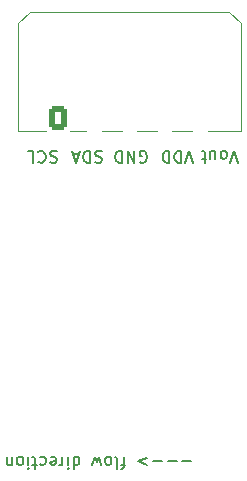
<source format=gto>
G04 #@! TF.GenerationSoftware,KiCad,Pcbnew,7.0.6*
G04 #@! TF.CreationDate,2023-11-06T13:05:05-08:00*
G04 #@! TF.ProjectId,PFLOW_mounting_board,50464c4f-575f-46d6-9f75-6e74696e675f,rev?*
G04 #@! TF.SameCoordinates,Original*
G04 #@! TF.FileFunction,Legend,Top*
G04 #@! TF.FilePolarity,Positive*
%FSLAX46Y46*%
G04 Gerber Fmt 4.6, Leading zero omitted, Abs format (unit mm)*
G04 Created by KiCad (PCBNEW 7.0.6) date 2023-11-06 13:05:05*
%MOMM*%
%LPD*%
G01*
G04 APERTURE LIST*
G04 Aperture macros list*
%AMRoundRect*
0 Rectangle with rounded corners*
0 $1 Rounding radius*
0 $2 $3 $4 $5 $6 $7 $8 $9 X,Y pos of 4 corners*
0 Add a 4 corners polygon primitive as box body*
4,1,4,$2,$3,$4,$5,$6,$7,$8,$9,$2,$3,0*
0 Add four circle primitives for the rounded corners*
1,1,$1+$1,$2,$3*
1,1,$1+$1,$4,$5*
1,1,$1+$1,$6,$7*
1,1,$1+$1,$8,$9*
0 Add four rect primitives between the rounded corners*
20,1,$1+$1,$2,$3,$4,$5,0*
20,1,$1+$1,$4,$5,$6,$7,0*
20,1,$1+$1,$6,$7,$8,$9,0*
20,1,$1+$1,$8,$9,$2,$3,0*%
G04 Aperture macros list end*
%ADD10C,0.150000*%
%ADD11C,0.120000*%
%ADD12R,1.524000X1.524000*%
%ADD13C,2.200000*%
%ADD14C,3.200000*%
%ADD15C,3.000000*%
%ADD16RoundRect,0.250001X-0.499999X-0.759999X0.499999X-0.759999X0.499999X0.759999X-0.499999X0.759999X0*%
%ADD17O,1.500000X2.020000*%
G04 APERTURE END LIST*
D10*
X136819220Y-119657133D02*
X136057316Y-119657133D01*
X135581125Y-119657133D02*
X134819221Y-119657133D01*
X134343030Y-119657133D02*
X133581126Y-119657133D01*
X133104935Y-119942847D02*
X132343031Y-119657133D01*
X132343031Y-119657133D02*
X133104935Y-119371419D01*
X131247792Y-119942847D02*
X130866840Y-119942847D01*
X131104935Y-119276180D02*
X131104935Y-120133323D01*
X131104935Y-120133323D02*
X131057316Y-120228561D01*
X131057316Y-120228561D02*
X130962078Y-120276180D01*
X130962078Y-120276180D02*
X130866840Y-120276180D01*
X130390649Y-119276180D02*
X130485887Y-119323800D01*
X130485887Y-119323800D02*
X130533506Y-119419038D01*
X130533506Y-119419038D02*
X130533506Y-120276180D01*
X129866839Y-119276180D02*
X129962077Y-119323800D01*
X129962077Y-119323800D02*
X130009696Y-119371419D01*
X130009696Y-119371419D02*
X130057315Y-119466657D01*
X130057315Y-119466657D02*
X130057315Y-119752371D01*
X130057315Y-119752371D02*
X130009696Y-119847609D01*
X130009696Y-119847609D02*
X129962077Y-119895228D01*
X129962077Y-119895228D02*
X129866839Y-119942847D01*
X129866839Y-119942847D02*
X129723982Y-119942847D01*
X129723982Y-119942847D02*
X129628744Y-119895228D01*
X129628744Y-119895228D02*
X129581125Y-119847609D01*
X129581125Y-119847609D02*
X129533506Y-119752371D01*
X129533506Y-119752371D02*
X129533506Y-119466657D01*
X129533506Y-119466657D02*
X129581125Y-119371419D01*
X129581125Y-119371419D02*
X129628744Y-119323800D01*
X129628744Y-119323800D02*
X129723982Y-119276180D01*
X129723982Y-119276180D02*
X129866839Y-119276180D01*
X129200172Y-119942847D02*
X129009696Y-119276180D01*
X129009696Y-119276180D02*
X128819220Y-119752371D01*
X128819220Y-119752371D02*
X128628744Y-119276180D01*
X128628744Y-119276180D02*
X128438268Y-119942847D01*
X126866839Y-119276180D02*
X126866839Y-120276180D01*
X126866839Y-119323800D02*
X126962077Y-119276180D01*
X126962077Y-119276180D02*
X127152553Y-119276180D01*
X127152553Y-119276180D02*
X127247791Y-119323800D01*
X127247791Y-119323800D02*
X127295410Y-119371419D01*
X127295410Y-119371419D02*
X127343029Y-119466657D01*
X127343029Y-119466657D02*
X127343029Y-119752371D01*
X127343029Y-119752371D02*
X127295410Y-119847609D01*
X127295410Y-119847609D02*
X127247791Y-119895228D01*
X127247791Y-119895228D02*
X127152553Y-119942847D01*
X127152553Y-119942847D02*
X126962077Y-119942847D01*
X126962077Y-119942847D02*
X126866839Y-119895228D01*
X126390648Y-119276180D02*
X126390648Y-119942847D01*
X126390648Y-120276180D02*
X126438267Y-120228561D01*
X126438267Y-120228561D02*
X126390648Y-120180942D01*
X126390648Y-120180942D02*
X126343029Y-120228561D01*
X126343029Y-120228561D02*
X126390648Y-120276180D01*
X126390648Y-120276180D02*
X126390648Y-120180942D01*
X125914458Y-119276180D02*
X125914458Y-119942847D01*
X125914458Y-119752371D02*
X125866839Y-119847609D01*
X125866839Y-119847609D02*
X125819220Y-119895228D01*
X125819220Y-119895228D02*
X125723982Y-119942847D01*
X125723982Y-119942847D02*
X125628744Y-119942847D01*
X124914458Y-119323800D02*
X125009696Y-119276180D01*
X125009696Y-119276180D02*
X125200172Y-119276180D01*
X125200172Y-119276180D02*
X125295410Y-119323800D01*
X125295410Y-119323800D02*
X125343029Y-119419038D01*
X125343029Y-119419038D02*
X125343029Y-119799990D01*
X125343029Y-119799990D02*
X125295410Y-119895228D01*
X125295410Y-119895228D02*
X125200172Y-119942847D01*
X125200172Y-119942847D02*
X125009696Y-119942847D01*
X125009696Y-119942847D02*
X124914458Y-119895228D01*
X124914458Y-119895228D02*
X124866839Y-119799990D01*
X124866839Y-119799990D02*
X124866839Y-119704752D01*
X124866839Y-119704752D02*
X125343029Y-119609514D01*
X124009696Y-119323800D02*
X124104934Y-119276180D01*
X124104934Y-119276180D02*
X124295410Y-119276180D01*
X124295410Y-119276180D02*
X124390648Y-119323800D01*
X124390648Y-119323800D02*
X124438267Y-119371419D01*
X124438267Y-119371419D02*
X124485886Y-119466657D01*
X124485886Y-119466657D02*
X124485886Y-119752371D01*
X124485886Y-119752371D02*
X124438267Y-119847609D01*
X124438267Y-119847609D02*
X124390648Y-119895228D01*
X124390648Y-119895228D02*
X124295410Y-119942847D01*
X124295410Y-119942847D02*
X124104934Y-119942847D01*
X124104934Y-119942847D02*
X124009696Y-119895228D01*
X123723981Y-119942847D02*
X123343029Y-119942847D01*
X123581124Y-120276180D02*
X123581124Y-119419038D01*
X123581124Y-119419038D02*
X123533505Y-119323800D01*
X123533505Y-119323800D02*
X123438267Y-119276180D01*
X123438267Y-119276180D02*
X123343029Y-119276180D01*
X123009695Y-119276180D02*
X123009695Y-119942847D01*
X123009695Y-120276180D02*
X123057314Y-120228561D01*
X123057314Y-120228561D02*
X123009695Y-120180942D01*
X123009695Y-120180942D02*
X122962076Y-120228561D01*
X122962076Y-120228561D02*
X123009695Y-120276180D01*
X123009695Y-120276180D02*
X123009695Y-120180942D01*
X122390648Y-119276180D02*
X122485886Y-119323800D01*
X122485886Y-119323800D02*
X122533505Y-119371419D01*
X122533505Y-119371419D02*
X122581124Y-119466657D01*
X122581124Y-119466657D02*
X122581124Y-119752371D01*
X122581124Y-119752371D02*
X122533505Y-119847609D01*
X122533505Y-119847609D02*
X122485886Y-119895228D01*
X122485886Y-119895228D02*
X122390648Y-119942847D01*
X122390648Y-119942847D02*
X122247791Y-119942847D01*
X122247791Y-119942847D02*
X122152553Y-119895228D01*
X122152553Y-119895228D02*
X122104934Y-119847609D01*
X122104934Y-119847609D02*
X122057315Y-119752371D01*
X122057315Y-119752371D02*
X122057315Y-119466657D01*
X122057315Y-119466657D02*
X122104934Y-119371419D01*
X122104934Y-119371419D02*
X122152553Y-119323800D01*
X122152553Y-119323800D02*
X122247791Y-119276180D01*
X122247791Y-119276180D02*
X122390648Y-119276180D01*
X121628743Y-119942847D02*
X121628743Y-119276180D01*
X121628743Y-119847609D02*
X121581124Y-119895228D01*
X121581124Y-119895228D02*
X121485886Y-119942847D01*
X121485886Y-119942847D02*
X121343029Y-119942847D01*
X121343029Y-119942847D02*
X121247791Y-119895228D01*
X121247791Y-119895228D02*
X121200172Y-119799990D01*
X121200172Y-119799990D02*
X121200172Y-119276180D01*
X140772077Y-94368180D02*
X140438744Y-93368180D01*
X140438744Y-93368180D02*
X140105411Y-94368180D01*
X139629220Y-93368180D02*
X139724458Y-93415800D01*
X139724458Y-93415800D02*
X139772077Y-93463419D01*
X139772077Y-93463419D02*
X139819696Y-93558657D01*
X139819696Y-93558657D02*
X139819696Y-93844371D01*
X139819696Y-93844371D02*
X139772077Y-93939609D01*
X139772077Y-93939609D02*
X139724458Y-93987228D01*
X139724458Y-93987228D02*
X139629220Y-94034847D01*
X139629220Y-94034847D02*
X139486363Y-94034847D01*
X139486363Y-94034847D02*
X139391125Y-93987228D01*
X139391125Y-93987228D02*
X139343506Y-93939609D01*
X139343506Y-93939609D02*
X139295887Y-93844371D01*
X139295887Y-93844371D02*
X139295887Y-93558657D01*
X139295887Y-93558657D02*
X139343506Y-93463419D01*
X139343506Y-93463419D02*
X139391125Y-93415800D01*
X139391125Y-93415800D02*
X139486363Y-93368180D01*
X139486363Y-93368180D02*
X139629220Y-93368180D01*
X138438744Y-94034847D02*
X138438744Y-93368180D01*
X138867315Y-94034847D02*
X138867315Y-93511038D01*
X138867315Y-93511038D02*
X138819696Y-93415800D01*
X138819696Y-93415800D02*
X138724458Y-93368180D01*
X138724458Y-93368180D02*
X138581601Y-93368180D01*
X138581601Y-93368180D02*
X138486363Y-93415800D01*
X138486363Y-93415800D02*
X138438744Y-93463419D01*
X138105410Y-94034847D02*
X137724458Y-94034847D01*
X137962553Y-94368180D02*
X137962553Y-93511038D01*
X137962553Y-93511038D02*
X137914934Y-93415800D01*
X137914934Y-93415800D02*
X137819696Y-93368180D01*
X137819696Y-93368180D02*
X137724458Y-93368180D01*
X125436839Y-93415800D02*
X125293982Y-93368180D01*
X125293982Y-93368180D02*
X125055887Y-93368180D01*
X125055887Y-93368180D02*
X124960649Y-93415800D01*
X124960649Y-93415800D02*
X124913030Y-93463419D01*
X124913030Y-93463419D02*
X124865411Y-93558657D01*
X124865411Y-93558657D02*
X124865411Y-93653895D01*
X124865411Y-93653895D02*
X124913030Y-93749133D01*
X124913030Y-93749133D02*
X124960649Y-93796752D01*
X124960649Y-93796752D02*
X125055887Y-93844371D01*
X125055887Y-93844371D02*
X125246363Y-93891990D01*
X125246363Y-93891990D02*
X125341601Y-93939609D01*
X125341601Y-93939609D02*
X125389220Y-93987228D01*
X125389220Y-93987228D02*
X125436839Y-94082466D01*
X125436839Y-94082466D02*
X125436839Y-94177704D01*
X125436839Y-94177704D02*
X125389220Y-94272942D01*
X125389220Y-94272942D02*
X125341601Y-94320561D01*
X125341601Y-94320561D02*
X125246363Y-94368180D01*
X125246363Y-94368180D02*
X125008268Y-94368180D01*
X125008268Y-94368180D02*
X124865411Y-94320561D01*
X123865411Y-93463419D02*
X123913030Y-93415800D01*
X123913030Y-93415800D02*
X124055887Y-93368180D01*
X124055887Y-93368180D02*
X124151125Y-93368180D01*
X124151125Y-93368180D02*
X124293982Y-93415800D01*
X124293982Y-93415800D02*
X124389220Y-93511038D01*
X124389220Y-93511038D02*
X124436839Y-93606276D01*
X124436839Y-93606276D02*
X124484458Y-93796752D01*
X124484458Y-93796752D02*
X124484458Y-93939609D01*
X124484458Y-93939609D02*
X124436839Y-94130085D01*
X124436839Y-94130085D02*
X124389220Y-94225323D01*
X124389220Y-94225323D02*
X124293982Y-94320561D01*
X124293982Y-94320561D02*
X124151125Y-94368180D01*
X124151125Y-94368180D02*
X124055887Y-94368180D01*
X124055887Y-94368180D02*
X123913030Y-94320561D01*
X123913030Y-94320561D02*
X123865411Y-94272942D01*
X122960649Y-93368180D02*
X123436839Y-93368180D01*
X123436839Y-93368180D02*
X123436839Y-94368180D01*
X136962077Y-94368180D02*
X136628744Y-93368180D01*
X136628744Y-93368180D02*
X136295411Y-94368180D01*
X135962077Y-93368180D02*
X135962077Y-94368180D01*
X135962077Y-94368180D02*
X135723982Y-94368180D01*
X135723982Y-94368180D02*
X135581125Y-94320561D01*
X135581125Y-94320561D02*
X135485887Y-94225323D01*
X135485887Y-94225323D02*
X135438268Y-94130085D01*
X135438268Y-94130085D02*
X135390649Y-93939609D01*
X135390649Y-93939609D02*
X135390649Y-93796752D01*
X135390649Y-93796752D02*
X135438268Y-93606276D01*
X135438268Y-93606276D02*
X135485887Y-93511038D01*
X135485887Y-93511038D02*
X135581125Y-93415800D01*
X135581125Y-93415800D02*
X135723982Y-93368180D01*
X135723982Y-93368180D02*
X135962077Y-93368180D01*
X134962077Y-93368180D02*
X134962077Y-94368180D01*
X134962077Y-94368180D02*
X134723982Y-94368180D01*
X134723982Y-94368180D02*
X134581125Y-94320561D01*
X134581125Y-94320561D02*
X134485887Y-94225323D01*
X134485887Y-94225323D02*
X134438268Y-94130085D01*
X134438268Y-94130085D02*
X134390649Y-93939609D01*
X134390649Y-93939609D02*
X134390649Y-93796752D01*
X134390649Y-93796752D02*
X134438268Y-93606276D01*
X134438268Y-93606276D02*
X134485887Y-93511038D01*
X134485887Y-93511038D02*
X134581125Y-93415800D01*
X134581125Y-93415800D02*
X134723982Y-93368180D01*
X134723982Y-93368180D02*
X134962077Y-93368180D01*
X132485411Y-94320561D02*
X132580649Y-94368180D01*
X132580649Y-94368180D02*
X132723506Y-94368180D01*
X132723506Y-94368180D02*
X132866363Y-94320561D01*
X132866363Y-94320561D02*
X132961601Y-94225323D01*
X132961601Y-94225323D02*
X133009220Y-94130085D01*
X133009220Y-94130085D02*
X133056839Y-93939609D01*
X133056839Y-93939609D02*
X133056839Y-93796752D01*
X133056839Y-93796752D02*
X133009220Y-93606276D01*
X133009220Y-93606276D02*
X132961601Y-93511038D01*
X132961601Y-93511038D02*
X132866363Y-93415800D01*
X132866363Y-93415800D02*
X132723506Y-93368180D01*
X132723506Y-93368180D02*
X132628268Y-93368180D01*
X132628268Y-93368180D02*
X132485411Y-93415800D01*
X132485411Y-93415800D02*
X132437792Y-93463419D01*
X132437792Y-93463419D02*
X132437792Y-93796752D01*
X132437792Y-93796752D02*
X132628268Y-93796752D01*
X132009220Y-93368180D02*
X132009220Y-94368180D01*
X132009220Y-94368180D02*
X131437792Y-93368180D01*
X131437792Y-93368180D02*
X131437792Y-94368180D01*
X130961601Y-93368180D02*
X130961601Y-94368180D01*
X130961601Y-94368180D02*
X130723506Y-94368180D01*
X130723506Y-94368180D02*
X130580649Y-94320561D01*
X130580649Y-94320561D02*
X130485411Y-94225323D01*
X130485411Y-94225323D02*
X130437792Y-94130085D01*
X130437792Y-94130085D02*
X130390173Y-93939609D01*
X130390173Y-93939609D02*
X130390173Y-93796752D01*
X130390173Y-93796752D02*
X130437792Y-93606276D01*
X130437792Y-93606276D02*
X130485411Y-93511038D01*
X130485411Y-93511038D02*
X130580649Y-93415800D01*
X130580649Y-93415800D02*
X130723506Y-93368180D01*
X130723506Y-93368180D02*
X130961601Y-93368180D01*
X129246839Y-93415800D02*
X129103982Y-93368180D01*
X129103982Y-93368180D02*
X128865887Y-93368180D01*
X128865887Y-93368180D02*
X128770649Y-93415800D01*
X128770649Y-93415800D02*
X128723030Y-93463419D01*
X128723030Y-93463419D02*
X128675411Y-93558657D01*
X128675411Y-93558657D02*
X128675411Y-93653895D01*
X128675411Y-93653895D02*
X128723030Y-93749133D01*
X128723030Y-93749133D02*
X128770649Y-93796752D01*
X128770649Y-93796752D02*
X128865887Y-93844371D01*
X128865887Y-93844371D02*
X129056363Y-93891990D01*
X129056363Y-93891990D02*
X129151601Y-93939609D01*
X129151601Y-93939609D02*
X129199220Y-93987228D01*
X129199220Y-93987228D02*
X129246839Y-94082466D01*
X129246839Y-94082466D02*
X129246839Y-94177704D01*
X129246839Y-94177704D02*
X129199220Y-94272942D01*
X129199220Y-94272942D02*
X129151601Y-94320561D01*
X129151601Y-94320561D02*
X129056363Y-94368180D01*
X129056363Y-94368180D02*
X128818268Y-94368180D01*
X128818268Y-94368180D02*
X128675411Y-94320561D01*
X128246839Y-93368180D02*
X128246839Y-94368180D01*
X128246839Y-94368180D02*
X128008744Y-94368180D01*
X128008744Y-94368180D02*
X127865887Y-94320561D01*
X127865887Y-94320561D02*
X127770649Y-94225323D01*
X127770649Y-94225323D02*
X127723030Y-94130085D01*
X127723030Y-94130085D02*
X127675411Y-93939609D01*
X127675411Y-93939609D02*
X127675411Y-93796752D01*
X127675411Y-93796752D02*
X127723030Y-93606276D01*
X127723030Y-93606276D02*
X127770649Y-93511038D01*
X127770649Y-93511038D02*
X127865887Y-93415800D01*
X127865887Y-93415800D02*
X128008744Y-93368180D01*
X128008744Y-93368180D02*
X128246839Y-93368180D01*
X127294458Y-93653895D02*
X126818268Y-93653895D01*
X127389696Y-93368180D02*
X127056363Y-94368180D01*
X127056363Y-94368180D02*
X126723030Y-93368180D01*
D11*
X122133000Y-82574000D02*
X123133000Y-81574000D01*
X122133000Y-91694000D02*
X122133000Y-82574000D01*
X122133000Y-91694000D02*
X124558000Y-91694000D01*
X123133000Y-81574000D02*
X140003000Y-81574000D01*
X126578000Y-91694000D02*
X127916233Y-91694000D01*
X129219767Y-91694000D02*
X130916233Y-91694000D01*
X132219767Y-91694000D02*
X133916233Y-91694000D01*
X135219767Y-91694000D02*
X136916233Y-91694000D01*
X140003000Y-81574000D02*
X141003000Y-82574000D01*
X141003000Y-82574000D02*
X141003000Y-91694000D01*
X141003000Y-91694000D02*
X138219767Y-91694000D01*
%LPC*%
D12*
X123440000Y-106700000D03*
X125980000Y-106700000D03*
X128520000Y-106700000D03*
X131060000Y-106700000D03*
X133600000Y-106700000D03*
D13*
X123360000Y-114400000D03*
X137360000Y-114400000D03*
D14*
X113740000Y-120800000D03*
X148740000Y-120800000D03*
X113740000Y-85800000D03*
X148740000Y-85800000D03*
D15*
X127718000Y-86284000D03*
X135418000Y-86284000D03*
D16*
X125568000Y-90604000D03*
D17*
X128568000Y-90604000D03*
X131568000Y-90604000D03*
X134568000Y-90604000D03*
X137568000Y-90604000D03*
%LPD*%
M02*

</source>
